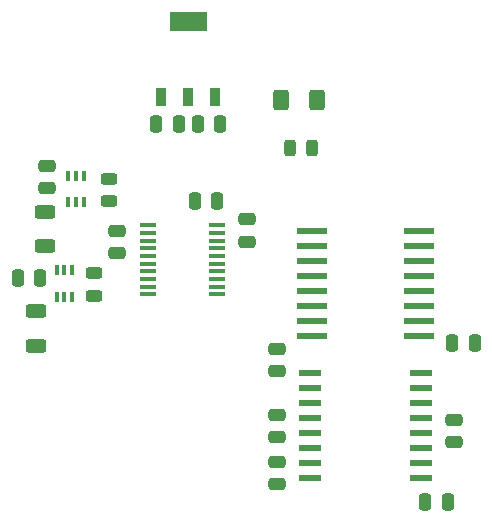
<source format=gbr>
%TF.GenerationSoftware,KiCad,Pcbnew,8.0.5*%
%TF.CreationDate,2025-03-12T17:27:34-05:00*%
%TF.ProjectId,ADC_Board,4144435f-426f-4617-9264-2e6b69636164,rev?*%
%TF.SameCoordinates,Original*%
%TF.FileFunction,Paste,Top*%
%TF.FilePolarity,Positive*%
%FSLAX46Y46*%
G04 Gerber Fmt 4.6, Leading zero omitted, Abs format (unit mm)*
G04 Created by KiCad (PCBNEW 8.0.5) date 2025-03-12 17:27:34*
%MOMM*%
%LPD*%
G01*
G04 APERTURE LIST*
G04 Aperture macros list*
%AMRoundRect*
0 Rectangle with rounded corners*
0 $1 Rounding radius*
0 $2 $3 $4 $5 $6 $7 $8 $9 X,Y pos of 4 corners*
0 Add a 4 corners polygon primitive as box body*
4,1,4,$2,$3,$4,$5,$6,$7,$8,$9,$2,$3,0*
0 Add four circle primitives for the rounded corners*
1,1,$1+$1,$2,$3*
1,1,$1+$1,$4,$5*
1,1,$1+$1,$6,$7*
1,1,$1+$1,$8,$9*
0 Add four rect primitives between the rounded corners*
20,1,$1+$1,$2,$3,$4,$5,0*
20,1,$1+$1,$4,$5,$6,$7,0*
20,1,$1+$1,$6,$7,$8,$9,0*
20,1,$1+$1,$8,$9,$2,$3,0*%
G04 Aperture macros list end*
%ADD10C,0.000000*%
%ADD11RoundRect,0.250000X0.475000X-0.250000X0.475000X0.250000X-0.475000X0.250000X-0.475000X-0.250000X0*%
%ADD12RoundRect,0.250000X-0.475000X0.250000X-0.475000X-0.250000X0.475000X-0.250000X0.475000X0.250000X0*%
%ADD13RoundRect,0.250000X0.625000X-0.312500X0.625000X0.312500X-0.625000X0.312500X-0.625000X-0.312500X0*%
%ADD14R,0.838200X1.600200*%
%ADD15R,1.409700X0.355600*%
%ADD16R,0.399999X0.850001*%
%ADD17RoundRect,0.243750X-0.243750X-0.456250X0.243750X-0.456250X0.243750X0.456250X-0.243750X0.456250X0*%
%ADD18R,1.879600X0.558800*%
%ADD19RoundRect,0.250000X-0.250000X-0.475000X0.250000X-0.475000X0.250000X0.475000X-0.250000X0.475000X0*%
%ADD20RoundRect,0.250000X-0.400000X-0.625000X0.400000X-0.625000X0.400000X0.625000X-0.400000X0.625000X0*%
%ADD21RoundRect,0.250000X0.250000X0.475000X-0.250000X0.475000X-0.250000X-0.475000X0.250000X-0.475000X0*%
%ADD22RoundRect,0.243750X0.456250X-0.243750X0.456250X0.243750X-0.456250X0.243750X-0.456250X-0.243750X0*%
%ADD23R,2.602784X0.622132*%
G04 APERTURE END LIST*
D10*
%TO.C,U6*%
G36*
X187074800Y-55599700D02*
G01*
X183925200Y-55599700D01*
X183925200Y-53999500D01*
X187074800Y-53999500D01*
X187074800Y-55599700D01*
G37*
%TD*%
D11*
%TO.C,C1*%
X173500000Y-68950000D03*
X173500000Y-67050000D03*
%TD*%
D12*
%TO.C,C9*%
X179500000Y-72550000D03*
X179500000Y-74450000D03*
%TD*%
D13*
%TO.C,R6*%
X172600000Y-82262500D03*
X172600000Y-79337500D03*
%TD*%
D14*
%TO.C,U6*%
X183200000Y-61200400D03*
X185500000Y-61200400D03*
X187800000Y-61200400D03*
%TD*%
D15*
%TO.C,IC2*%
X182047250Y-72075000D03*
X182047250Y-72725001D03*
X182047250Y-73374999D03*
X182047250Y-74025001D03*
X182047250Y-74674999D03*
X182047250Y-75324998D03*
X182047250Y-75974999D03*
X182047250Y-76624998D03*
X182047250Y-77274999D03*
X182047250Y-77924998D03*
X187952750Y-77925000D03*
X187952750Y-77275002D03*
X187952750Y-76625001D03*
X187952750Y-75975002D03*
X187952750Y-75325001D03*
X187952750Y-74675002D03*
X187952750Y-74025001D03*
X187952750Y-73375002D03*
X187952750Y-72725001D03*
X187952750Y-72075002D03*
%TD*%
D16*
%TO.C,U3*%
X176650001Y-67875001D03*
X176000000Y-67875001D03*
X175350001Y-67875001D03*
X175350001Y-70125002D03*
X176000000Y-70125002D03*
X176650001Y-70125002D03*
%TD*%
D17*
%TO.C,D5*%
X194125000Y-65500000D03*
X196000000Y-65500000D03*
%TD*%
D11*
%TO.C,C6*%
X208000000Y-90450000D03*
X208000000Y-88550000D03*
%TD*%
D12*
%TO.C,C12*%
X193000000Y-82550000D03*
X193000000Y-84450000D03*
%TD*%
D11*
%TO.C,C8*%
X193000000Y-94000000D03*
X193000000Y-92100000D03*
%TD*%
D18*
%TO.C,IC1*%
X205237100Y-93445000D03*
X205237100Y-92175000D03*
X205237100Y-90905000D03*
X205237100Y-89635000D03*
X205237100Y-88365000D03*
X205237100Y-87095000D03*
X205237100Y-85825000D03*
X205237100Y-84555000D03*
X195762900Y-84555000D03*
X195762900Y-85825000D03*
X195762900Y-87095000D03*
X195762900Y-88365000D03*
X195762900Y-89635000D03*
X195762900Y-90905000D03*
X195762900Y-92175000D03*
X195762900Y-93445000D03*
%TD*%
D19*
%TO.C,C15*%
X182784500Y-63538900D03*
X184684500Y-63538900D03*
%TD*%
D12*
%TO.C,C7*%
X193000000Y-88100000D03*
X193000000Y-90000000D03*
%TD*%
D20*
%TO.C,R7*%
X193335000Y-61455000D03*
X196435000Y-61455000D03*
%TD*%
D21*
%TO.C,C13*%
X188184500Y-63538900D03*
X186284500Y-63538900D03*
%TD*%
%TO.C,C10*%
X187950000Y-70000000D03*
X186050000Y-70000000D03*
%TD*%
D16*
%TO.C,U4*%
X175650001Y-75875001D03*
X175000000Y-75875001D03*
X174350001Y-75875001D03*
X174350001Y-78125002D03*
X175000000Y-78125002D03*
X175650001Y-78125002D03*
%TD*%
D21*
%TO.C,C5*%
X207450000Y-95500000D03*
X205550000Y-95500000D03*
%TD*%
D22*
%TO.C,D1*%
X178820002Y-69992499D03*
X178820002Y-68117499D03*
%TD*%
D19*
%TO.C,C14*%
X207850000Y-82000000D03*
X209750000Y-82000000D03*
%TD*%
%TO.C,C4*%
X171050000Y-76500000D03*
X172950000Y-76500000D03*
%TD*%
D23*
%TO.C,IC7*%
X205065495Y-81445000D03*
X205065495Y-80175000D03*
X205065495Y-78905000D03*
X205065495Y-77635000D03*
X205065495Y-76365000D03*
X205065495Y-75095000D03*
X205065495Y-73825000D03*
X205065495Y-72555000D03*
X195934502Y-72555000D03*
X195934502Y-73825000D03*
X195934502Y-75095000D03*
X195934502Y-76365000D03*
X195934502Y-77635000D03*
X195934502Y-78905000D03*
X195934502Y-80175000D03*
X195934502Y-81445000D03*
%TD*%
D22*
%TO.C,D4*%
X177485004Y-78019999D03*
X177485004Y-76144999D03*
%TD*%
D13*
%TO.C,R3*%
X173400000Y-73862500D03*
X173400000Y-70937500D03*
%TD*%
D12*
%TO.C,C11*%
X190500000Y-71550000D03*
X190500000Y-73450000D03*
%TD*%
M02*

</source>
